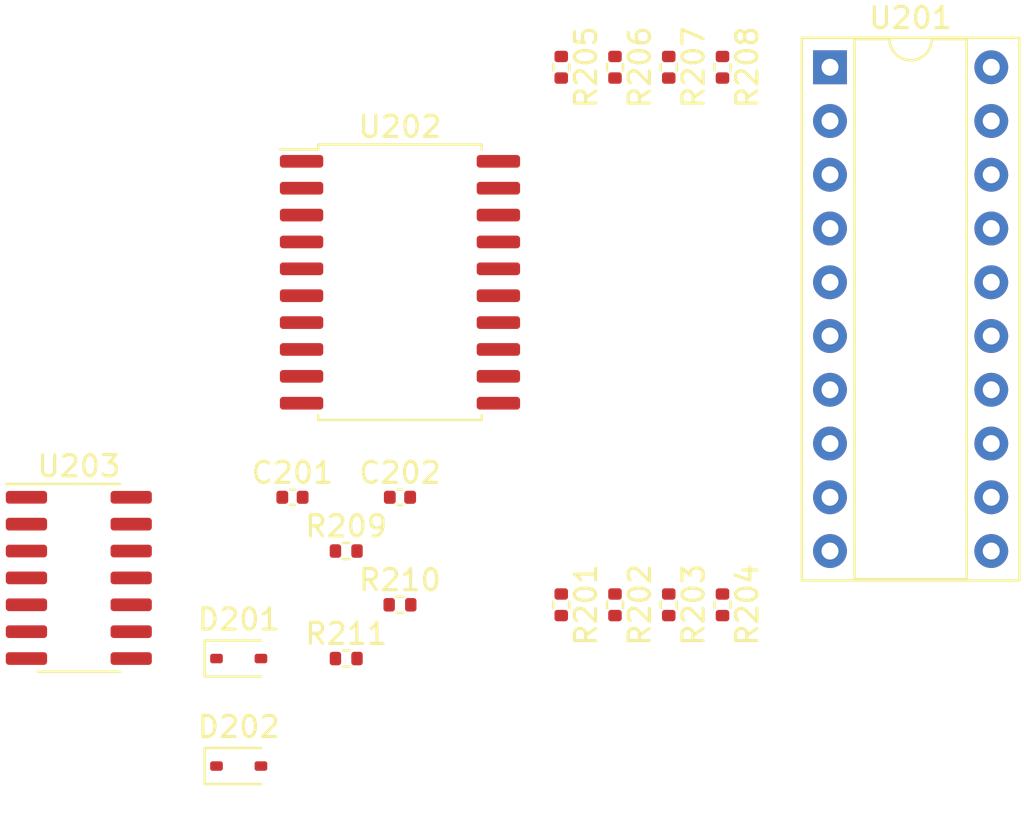
<source format=kicad_pcb>
(kicad_pcb (version 20221018) (generator pcbnew)
  (layers (0 "F.Cu" signal) (31 "B.Cu" signal) (34 "B.Paste" user) (35 "F.Paste" user) (36 "B.SilkS" user "B.Silkscreen") (37 "F.SilkS" user "F.Silkscreen") (38 "B.Mask" user) (39 "F.Mask" user) (44 "Edge.Cuts" user))
  (net 0 "")
  (net 1 "Net-(C201-Pad1)")
  (net 2 "GND")
  (net 3 "Net-(C202-Pad1)")
  (net 4 "Net-(U201-D4)")
  (net 5 "Net-(U201-D5)")
  (net 6 "Net-(U201-D6)")
  (net 7 "Net-(U201-D7)")
  (net 8 "Net-(U201-D3)")
  (net 9 "Net-(U201-D2)")
  (net 10 "Net-(U201-D1)")
  (net 11 "Net-(U201-D0)")
  (net 12 "Net-(R209-Pad1)")
  (net 13 "Net-(R210-Pad1)")
  (net 14 "/PC/C_{p}")
  (net 23 "+5V")
  (net 24 "/PC/PC_{in}0")
  (net 25 "/PC/PC_{in}1")
  (net 26 "/PC/PC_{in}2")
  (net 27 "/PC/PC_{in}3")
  (net 28 "/PC/PC_{in}4")
  (net 29 "/PC/PC_{in}5")
  (net 30 "/PC/PC_{in}6")
  (net 31 "/PC/PC_{in}7")
  (net 32 "Net-(U202-CE)")
  (net 33 "/PC/~{RESET}")
  (net 36 "Net-(D201-A)")
  (net 37 "/PC/CLK")
  (footprint "Diode_SMD:D_SOD-323" (layer "F.Cu") (at 104.14 134.62)
    (fp_text reference "D202" (at 0 -1.85) (layer "F.SilkS"))
    (fp_text value "1N4148WS")
    (fp_line (start -1.61 -0.85) (end -1.61 0.85) (stroke (width 0.12)) (layer "F.SilkS"))
    (fp_line (start -1.61 -0.85) (end 1.05 -0.85) (stroke (width 0.12)) (layer "F.SilkS"))
    (fp_line (start -1.61 0.85) (end 1.05 0.85) (stroke (width 0.12)) (layer "F.SilkS"))
    (pad "1" smd roundrect (at -1.05 0) (size 0.6 0.45) (layers "F.Cu" "F.Paste" "F.Mask") (net 14 "/PC/C_{p}"))
    (pad "2" smd roundrect (at 1.05 0) (size 0.6 0.45) (layers "F.Cu" "F.Paste" "F.Mask") (net 37 "/PC/CLK"))
  )
  (footprint "Resistor_SMD:R_0402_1005Metric" (layer "F.Cu") (at 109.22 124.46)
    (fp_text reference "R209" (at 0 -1.17) (layer "F.SilkS"))
    (fp_text value "R")
    (fp_line (start -0.153641 -0.38) (end 0.153641 -0.38) (stroke (width 0.12)) (layer "F.SilkS"))
    (fp_line (start -0.153641 0.38) (end 0.153641 0.38) (stroke (width 0.12)) (layer "F.SilkS"))
    (pad "1" smd roundrect (at -0.51 0) (size 0.54 0.64) (layers "F.Cu" "F.Paste" "F.Mask") (net 12 "Net-(R209-Pad1)"))
    (pad "2" smd roundrect (at 0.51 0) (size 0.54 0.64) (layers "F.Cu" "F.Paste" "F.Mask") (net 1 "Net-(C201-Pad1)"))
  )
  (footprint "Capacitor_SMD:C_0402_1005Metric" (layer "F.Cu") (at 106.68 121.92)
    (fp_text reference "C201" (at 0 -1.16) (layer "F.SilkS"))
    (fp_text value "1u")
    (fp_line (start -0.107836 -0.36) (end 0.107836 -0.36) (stroke (width 0.12)) (layer "F.SilkS"))
    (fp_line (start -0.107836 0.36) (end 0.107836 0.36) (stroke (width 0.12)) (layer "F.SilkS"))
    (pad "1" smd roundrect (at -0.48 0) (size 0.56 0.62) (layers "F.Cu" "F.Paste" "F.Mask") (net 1 "Net-(C201-Pad1)"))
    (pad "2" smd roundrect (at 0.48 0) (size 0.56 0.62) (layers "F.Cu" "F.Paste" "F.Mask") (net 2 "GND"))
  )
  (footprint "Diode_SMD:D_SOD-323" (layer "F.Cu") (at 104.14 129.54)
    (fp_text reference "D201" (at 0 -1.85) (layer "F.SilkS"))
    (fp_text value "1N4148WS")
    (fp_line (start -1.61 -0.85) (end -1.61 0.85) (stroke (width 0.12)) (layer "F.SilkS"))
    (fp_line (start -1.61 -0.85) (end 1.05 -0.85) (stroke (width 0.12)) (layer "F.SilkS"))
    (fp_line (start -1.61 0.85) (end 1.05 0.85) (stroke (width 0.12)) (layer "F.SilkS"))
    (pad "1" smd roundrect (at -1.05 0) (size 0.6 0.45) (layers "F.Cu" "F.Paste" "F.Mask") (net 14 "/PC/C_{p}"))
    (pad "2" smd roundrect (at 1.05 0) (size 0.6 0.45) (layers "F.Cu" "F.Paste" "F.Mask") (net 36 "Net-(D201-A)"))
  )
  (footprint "Package_DIP:DIP-20_W7.62mm_Socket" (layer "F.Cu") (at 132.08 101.6)
    (fp_text reference "U201" (at 3.81 -2.33) (layer "F.SilkS"))
    (fp_text value "74HCT574")
    (fp_line (start -1.33 -1.39) (end -1.33 24.25) (stroke (width 0.12)) (layer "F.SilkS"))
    (fp_line (start -1.33 24.25) (end 8.95 24.25) (stroke (width 0.12)) (layer "F.SilkS"))
    (fp_line (start 1.16 -1.33) (end 1.16 24.19) (stroke (width 0.12)) (layer "F.SilkS"))
    (fp_line (start 1.16 24.19) (end 6.46 24.19) (stroke (width 0.12)) (layer "F.SilkS"))
    (fp_line (start 2.81 -1.33) (end 1.16 -1.33) (stroke (width 0.12)) (layer "F.SilkS"))
    (fp_line (start 6.46 -1.33) (end 4.81 -1.33) (stroke (width 0.12)) (layer "F.SilkS"))
    (fp_line (start 6.46 24.19) (end 6.46 -1.33) (stroke (width 0.12)) (layer "F.SilkS"))
    (fp_line (start 8.95 -1.39) (end -1.33 -1.39) (stroke (width 0.12)) (layer "F.SilkS"))
    (fp_line (start 8.95 24.25) (end 8.95 -1.39) (stroke (width 0.12)) (layer "F.SilkS"))
    (fp_arc (start 4.81 -1.33) (mid 3.81 -0.33) (end 2.81 -1.33) (stroke (width 0.12)) (layer "F.SilkS"))
    (pad "1" thru_hole rect (at 0 0) (size 1.6 1.6) (drill 0.8) (layers "*.Cu" "*.Mask") (net 2 "GND"))
    (pad "2" thru_hole oval (at 0 2.54) (size 1.6 1.6) (drill 0.8) (layers "*.Cu" "*.Mask") (net 11 "Net-(U201-D0)"))
    (pad "3" thru_hole oval (at 0 5.08) (size 1.6 1.6) (drill 0.8) (layers "*.Cu" "*.Mask") (net 10 "Net-(U201-D1)"))
    (pad "4" thru_hole oval (at 0 7.62) (size 1.6 1.6) (drill 0.8) (layers "*.Cu" "*.Mask") (net 9 "Net-(U201-D2)"))
    (pad "5" thru_hole oval (at 0 10.16) (size 1.6 1.6) (drill 0.8) (layers "*.Cu" "*.Mask") (net 8 "Net-(U201-D3)"))
    (pad "6" thru_hole oval (at 0 12.7) (size 1.6 1.6) (drill 0.8) (layers "*.Cu" "*.Mask") (net 4 "Net-(U201-D4)"))
    (pad "7" thru_hole oval (at 0 15.24) (size 1.6 1.6) (drill 0.8) (layers "*.Cu" "*.Mask") (net 5 "Net-(U201-D5)"))
    (pad "8" thru_hole oval (at 0 17.78) (size 1.6 1.6) (drill 0.8) (layers "*.Cu" "*.Mask") (net 6 "Net-(U201-D6)"))
    (pad "9" thru_hole oval (at 0 20.32) (size 1.6 1.6) (drill 0.8) (layers "*.Cu" "*.Mask") (net 7 "Net-(U201-D7)"))
    (pad "10" thru_hole oval (at 0 22.86) (size 1.6 1.6) (drill 0.8) (layers "*.Cu" "*.Mask") (net 2 "GND"))
    (pad "11" thru_hole oval (at 7.62 22.86) (size 1.6 1.6) (drill 0.8) (layers "*.Cu" "*.Mask") (net 14 "/PC/C_{p}"))
    (pad "12" thru_hole oval (at 7.62 20.32) (size 1.6 1.6) (drill 0.8) (layers "*.Cu" "*.Mask"))
    (pad "13" thru_hole oval (at 7.62 17.78) (size 1.6 1.6) (drill 0.8) (layers "*.Cu" "*.Mask"))
    (pad "14" thru_hole oval (at 7.62 15.24) (size 1.6 1.6) (drill 0.8) (layers "*.Cu" "*.Mask"))
    (pad "15" thru_hole oval (at 7.62 12.7) (size 1.6 1.6) (drill 0.8) (layers "*.Cu" "*.Mask"))
    (pad "16" thru_hole oval (at 7.62 10.16) (size 1.6 1.6) (drill 0.8) (layers "*.Cu" "*.Mask"))
    (pad "17" thru_hole oval (at 7.62 7.62) (size 1.6 1.6) (drill 0.8) (layers "*.Cu" "*.Mask"))
    (pad "18" thru_hole oval (at 7.62 5.08) (size 1.6 1.6) (drill 0.8) (layers "*.Cu" "*.Mask"))
    (pad "19" thru_hole oval (at 7.62 2.54) (size 1.6 1.6) (drill 0.8) (layers "*.Cu" "*.Mask"))
    (pad "20" thru_hole oval (at 7.62 0) (size 1.6 1.6) (drill 0.8) (layers "*.Cu" "*.Mask") (net 23 "+5V"))
  )
  (footprint "Resistor_SMD:R_0402_1005Metric" (layer "F.Cu") (at 121.92 101.6 -90)
    (fp_text reference "R206" (at 0 -1.17 90) (layer "F.SilkS"))
    (fp_text value "200k")
    (fp_line (start -0.153641 -0.38) (end 0.153641 -0.38) (stroke (width 0.12)) (layer "F.SilkS"))
    (fp_line (start -0.153641 0.38) (end 0.153641 0.38) (stroke (width 0.12)) (layer "F.SilkS"))
    (pad "1" smd roundrect (at -0.51 0 270) (size 0.54 0.64) (layers "F.Cu" "F.Paste" "F.Mask") (net 2 "GND"))
    (pad "2" smd roundrect (at 0.51 0 270) (size 0.54 0.64) (layers "F.Cu" "F.Paste" "F.Mask") (net 9 "Net-(U201-D2)"))
  )
  (footprint "Resistor_SMD:R_0402_1005Metric" (layer "F.Cu") (at 109.22 129.54)
    (fp_text reference "R211" (at 0 -1.17) (layer "F.SilkS"))
    (fp_text value "200k")
    (fp_line (start -0.153641 -0.38) (end 0.153641 -0.38) (stroke (width 0.12)) (layer "F.SilkS"))
    (fp_line (start -0.153641 0.38) (end 0.153641 0.38) (stroke (width 0.12)) (layer "F.SilkS"))
    (pad "1" smd roundrect (at -0.51 0) (size 0.54 0.64) (layers "F.Cu" "F.Paste" "F.Mask") (net 14 "/PC/C_{p}"))
    (pad "2" smd roundrect (at 0.51 0) (size 0.54 0.64) (layers "F.Cu" "F.Paste" "F.Mask") (net 2 "GND"))
  )
  (footprint "Resistor_SMD:R_0402_1005Metric" (layer "F.Cu") (at 119.38 127 -90)
    (fp_text reference "R201" (at 0 -1.17 90) (layer "F.SilkS"))
    (fp_text value "200k")
    (fp_line (start -0.153641 -0.38) (end 0.153641 -0.38) (stroke (width 0.12)) (layer "F.SilkS"))
    (fp_line (start -0.153641 0.38) (end 0.153641 0.38) (stroke (width 0.12)) (layer "F.SilkS"))
    (pad "1" smd roundrect (at -0.51 0 270) (size 0.54 0.64) (layers "F.Cu" "F.Paste" "F.Mask") (net 4 "Net-(U201-D4)"))
    (pad "2" smd roundrect (at 0.51 0 270) (size 0.54 0.64) (layers "F.Cu" "F.Paste" "F.Mask") (net 2 "GND"))
  )
  (footprint "Resistor_SMD:R_0402_1005Metric" (layer "F.Cu") (at 124.46 127 -90)
    (fp_text reference "R203" (at 0 -1.17 90) (layer "F.SilkS"))
    (fp_text value "200k")
    (fp_line (start -0.153641 -0.38) (end 0.153641 -0.38) (stroke (width 0.12)) (layer "F.SilkS"))
    (fp_line (start -0.153641 0.38) (end 0.153641 0.38) (stroke (width 0.12)) (layer "F.SilkS"))
    (pad "1" smd roundrect (at -0.51 0 270) (size 0.54 0.64) (layers "F.Cu" "F.Paste" "F.Mask") (net 6 "Net-(U201-D6)"))
    (pad "2" smd roundrect (at 0.51 0 270) (size 0.54 0.64) (layers "F.Cu" "F.Paste" "F.Mask") (net 2 "GND"))
  )
  (footprint "Resistor_SMD:R_0402_1005Metric" (layer "F.Cu") (at 127 101.6 -90)
    (fp_text reference "R208" (at 0 -1.17 90) (layer "F.SilkS"))
    (fp_text value "200k")
    (fp_line (start -0.153641 -0.38) (end 0.153641 -0.38) (stroke (width 0.12)) (layer "F.SilkS"))
    (fp_line (start -0.153641 0.38) (end 0.153641 0.38) (stroke (width 0.12)) (layer "F.SilkS"))
    (pad "1" smd roundrect (at -0.51 0 270) (size 0.54 0.64) (layers "F.Cu" "F.Paste" "F.Mask") (net 2 "GND"))
    (pad "2" smd roundrect (at 0.51 0 270) (size 0.54 0.64) (layers "F.Cu" "F.Paste" "F.Mask") (net 11 "Net-(U201-D0)"))
  )
  (footprint "Resistor_SMD:R_0402_1005Metric" (layer "F.Cu") (at 127 127 -90)
    (fp_text reference "R204" (at 0 -1.17 90) (layer "F.SilkS"))
    (fp_text value "200k")
    (fp_line (start -0.153641 -0.38) (end 0.153641 -0.38) (stroke (width 0.12)) (layer "F.SilkS"))
    (fp_line (start -0.153641 0.38) (end 0.153641 0.38) (stroke (width 0.12)) (layer "F.SilkS"))
    (pad "1" smd roundrect (at -0.51 0 270) (size 0.54 0.64) (layers "F.Cu" "F.Paste" "F.Mask") (net 7 "Net-(U201-D7)"))
    (pad "2" smd roundrect (at 0.51 0 270) (size 0.54 0.64) (layers "F.Cu" "F.Paste" "F.Mask") (net 2 "GND"))
  )
  (footprint "Resistor_SMD:R_0402_1005Metric" (layer "F.Cu") (at 119.38 101.6 -90)
    (fp_text reference "R205" (at 0 -1.17 90) (layer "F.SilkS"))
    (fp_text value "200k")
    (fp_line (start -0.153641 -0.38) (end 0.153641 -0.38) (stroke (width 0.12)) (layer "F.SilkS"))
    (fp_line (start -0.153641 0.38) (end 0.153641 0.38) (stroke (width 0.12)) (layer "F.SilkS"))
    (pad "1" smd roundrect (at -0.51 0 270) (size 0.54 0.64) (layers "F.Cu" "F.Paste" "F.Mask") (net 2 "GND"))
    (pad "2" smd roundrect (at 0.51 0 270) (size 0.54 0.64) (layers "F.Cu" "F.Paste" "F.Mask") (net 8 "Net-(U201-D3)"))
  )
  (footprint "Package_SO:SOIC-20W_7.5x12.8mm_P1.27mm" (layer "F.Cu") (at 111.76 111.76)
    (fp_text reference "U202" (at 0 -7.35) (layer "F.SilkS"))
    (fp_text value "74HC245")
    (fp_line (start -3.86 -6.51) (end -3.86 -6.275) (stroke (width 0.12)) (layer "F.SilkS"))
    (fp_line (start -3.86 -6.275) (end -5.675 -6.275) (stroke (width 0.12)) (layer "F.SilkS"))
    (fp_line (start -3.86 6.51) (end -3.86 6.275) (stroke (width 0.12)) (layer "F.SilkS"))
    (fp_line (start 0 -6.51) (end -3.86 -6.51) (stroke (width 0.12)) (layer "F.SilkS"))
    (fp_line (start 0 -6.51) (end 3.86 -6.51) (stroke (width 0.12)) (layer "F.SilkS"))
    (fp_line (start 0 6.51) (end -3.86 6.51) (stroke (width 0.12)) (layer "F.SilkS"))
    (fp_line (start 0 6.51) (end 3.86 6.51) (stroke (width 0.12)) (layer "F.SilkS"))
    (fp_line (start 3.86 -6.51) (end 3.86 -6.275) (stroke (width 0.12)) (layer "F.SilkS"))
    (fp_line (start 3.86 6.51) (end 3.86 6.275) (stroke (width 0.12)) (layer "F.SilkS"))
    (pad "1" smd roundrect (at -4.65 -5.715) (size 2.05 0.6) (layers "F.Cu" "F.Paste" "F.Mask") (net 23 "+5V"))
    (pad "2" smd roundrect (at -4.65 -4.445) (size 2.05 0.6) (layers "F.Cu" "F.Paste" "F.Mask") (net 24 "/PC/PC_{in}0"))
    (pad "3" smd roundrect (at -4.65 -3.175) (size 2.05 0.6) (layers "F.Cu" "F.Paste" "F.Mask") (net 25 "/PC/PC_{in}1"))
    (pad "4" smd roundrect (at -4.65 -1.905) (size 2.05 0.6) (layers "F.Cu" "F.Paste" "F.Mask") (net 26 "/PC/PC_{in}2"))
    (pad "5" smd roundrect (at -4.65 -0.635) (size 2.05 0.6) (layers "F.Cu" "F.Paste" "F.Mask") (net 27 "/PC/PC_{in}3"))
    (pad "6" smd roundrect (at -4.65 0.635) (size 2.05 0.6) (layers "F.Cu" "F.Paste" "F.Mask") (net 28 "/PC/PC_{in}4"))
    (pad "7" smd roundrect (at -4.65 1.905) (size 2.05 0.6) (layers "F.Cu" "F.Paste" "F.Mask") (net 29 "/PC/PC_{in}5"))
    (pad "8" smd roundrect (at -4.65 3.175) (size 2.05 0.6) (layers "F.Cu" "F.Paste" "F.Mask") (net 30 "/PC/PC_{in}6"))
    (pad "9" smd roundrect (at -4.65 4.445) (size 2.05 0.6) (layers "F.Cu" "F.Paste" "F.Mask") (net 31 "/PC/PC_{in}7"))
    (pad "10" smd roundrect (at -4.65 5.715) (size 2.05 0.6) (layers "F.Cu" "F.Paste" "F.Mask") (net 2 "GND"))
    (pad "11" smd roundrect (at 4.65 5.715) (size 2.05 0.6) (layers "F.Cu" "F.Paste" "F.Mask") (net 7 "Net-(U201-D7)"))
    (pad "12" smd roundrect (at 4.65 4.445) (size 2.05 0.6) (layers "F.Cu" "F.Paste" "F.Mask") (net 6 "Net-(U201-D6)"))
    (pad "13" smd roundrect (at 4.65 3.175) (size 2.05 0.6) (layers "F.Cu" "F.Paste" "F.Mask") (net 5 "Net-(U201-D5)"))
    (pad "14" smd roundrect (at 4.65 1.905) (size 2.05 0.6) (layers "F.Cu" "F.Paste" "F.Mask") (net 4 "Net-(U201-D4)"))
    (pad "15" smd roundrect (at 4.65 0.635) (size 2.05 0.6) (layers "F.Cu" "F.Paste" "F.Mask") (net 8 "Net-(U201-D3)"))
    (pad "16" smd roundrect (at 4.65 -0.635) (size 2.05 0.6) (layers "F.Cu" "F.Paste" "F.Mask") (net 9 "Net-(U201-D2)"))
    (pad "17" smd roundrect (at 4.65 -1.905) (size 2.05 0.6) (layers "F.Cu" "F.Paste" "F.Mask") (net 10 "Net-(U201-D1)"))
    (pad "18" smd roundrect (at 4.65 -3.175) (size 2.05 0.6) (layers "F.Cu" "F.Paste" "F.Mask") (net 11 "Net-(U201-D0)"))
    (pad "19" smd roundrect (at 4.65 -4.445) (size 2.05 0.6) (layers "F.Cu" "F.Paste" "F.Mask") (net 32 "Net-(U202-CE)"))
    (pad "20" smd roundrect (at 4.65 -5.715) (size 2.05 0.6) (layers "F.Cu" "F.Paste" "F.Mask") (net 23 "+5V"))
  )
  (footprint "Capacitor_SMD:C_0402_1005Metric" (layer "F.Cu") (at 111.76 121.92)
    (fp_text reference "C202" (at 0 -1.16) (layer "F.SilkS"))
    (fp_text value "1u")
    (fp_line (start -0.107836 -0.36) (end 0.107836 -0.36) (stroke (width 0.12)) (layer "F.SilkS"))
    (fp_line (start -0.107836 0.36) (end 0.107836 0.36) (stroke (width 0.12)) (layer "F.SilkS"))
    (pad "1" smd roundrect (at -0.48 0) (size 0.56 0.62) (layers "F.Cu" "F.Paste" "F.Mask") (net 3 "Net-(C202-Pad1)"))
    (pad "2" smd roundrect (at 0.48 0) (size 0.56 0.62) (layers "F.Cu" "F.Paste" "F.Mask") (net 2 "GND"))
  )
  (footprint "Resistor_SMD:R_0402_1005Metric" (layer "F.Cu") (at 111.76 127)
    (fp_text reference "R210" (at 0 -1.17) (layer "F.SilkS"))
    (fp_text value "R")
    (fp_line (start -0.153641 -0.38) (end 0.153641 -0.38) (stroke (width 0.12)) (layer "F.SilkS"))
    (fp_line (start -0.153641 0.38) (end 0.153641 0.38) (stroke (width 0.12)) (layer "F.SilkS"))
    (pad "1" smd roundrect (at -0.51 0) (size 0.54 0.64) (layers "F.Cu" "F.Paste" "F.Mask") (net 13 "Net-(R210-Pad1)"))
    (pad "2" smd roundrect (at 0.51 0) (size 0.54 0.64) (layers "F.Cu" "F.Paste" "F.Mask") (net 3 "Net-(C202-Pad1)"))
  )
  (footprint "Resistor_SMD:R_0402_1005Metric" (layer "F.Cu") (at 121.92 127 -90)
    (fp_text reference "R202" (at 0 -1.17 90) (layer "F.SilkS"))
    (fp_text value "200k")
    (fp_line (start -0.153641 -0.38) (end 0.153641 -0.38) (stroke (width 0.12)) (layer "F.SilkS"))
    (fp_line (start -0.153641 0.38) (end 0.153641 0.38) (stroke (width 0.12)) (layer "F.SilkS"))
    (pad "1" smd roundrect (at -0.51 0 270) (size 0.54 0.64) (layers "F.Cu" "F.Paste" "F.Mask") (net 5 "Net-(U201-D5)"))
    (pad "2" smd roundrect (at 0.51 0 270) (size 0.54 0.64) (layers "F.Cu" "F.Paste" "F.Mask") (net 2 "GND"))
  )
  (footprint "Resistor_SMD:R_0402_1005Metric" (layer "F.Cu") (at 124.46 101.6 -90)
    (fp_text reference "R207" (at 0 -1.17 90) (layer "F.SilkS"))
    (fp_text value "200k")
    (fp_line (start -0.153641 -0.38) (end 0.153641 -0.38) (stroke (width 0.12)) (layer "F.SilkS"))
    (fp_line (start -0.153641 0.38) (end 0.153641 0.38) (stroke (width 0.12)) (layer "F.SilkS"))
    (pad "1" smd roundrect (at -0.51 0 270) (size 0.54 0.64) (layers "F.Cu" "F.Paste" "F.Mask") (net 2 "GND"))
    (pad "2" smd roundrect (at 0.51 0 270) (size 0.54 0.64) (layers "F.Cu" "F.Paste" "F.Mask") (net 10 "Net-(U201-D1)"))
  )
  (footprint "Package_SO:SOIC-14_3.9x8.7mm_P1.27mm" (layer "F.Cu") (at 96.585 125.73)
    (fp_text reference "U203" (at 0 -5.28) (layer "F.SilkS"))
    (fp_text value "74HC14")
    (fp_line (start 0 -4.435) (end -3.45 -4.435) (stroke (width 0.12)) (layer "F.SilkS"))
    (fp_line (start 0 -4.435) (end 1.95 -4.435) (stroke (width 0.12)) (layer "F.SilkS"))
    (fp_line (start 0 4.435) (end -1.95 4.435) (stroke (width 0.12)) (layer "F.SilkS"))
    (fp_line (start 0 4.435) (end 1.95 4.435) (stroke (width 0.12)) (layer "F.SilkS"))
    (pad "1" smd roundrect (at -2.475 -3.81) (size 1.95 0.6) (layers "F.Cu" "F.Paste" "F.Mask") (net 33 "/PC/~{RESET}"))
    (pad "2" smd roundrect (at -2.475 -2.54) (size 1.95 0.6) (layers "F.Cu" "F.Paste" "F.Mask") (net 32 "Net-(U202-CE)"))
    (pad "3" smd roundrect (at -2.475 -1.27) (size 1.95 0.6) (layers "F.Cu" "F.Paste" "F.Mask") (net 33 "/PC/~{RESET}"))
    (pad "4" smd roundrect (at -2.475 0) (size 1.95 0.6) (layers "F.Cu" "F.Paste" "F.Mask") (net 12 "Net-(R209-Pad1)"))
    (pad "5" smd roundrect (at -2.475 1.27) (size 1.95 0.6) (layers "F.Cu" "F.Paste" "F.Mask") (net 1 "Net-(C201-Pad1)"))
    (pad "6" smd roundrect (at -2.475 2.54) (size 1.95 0.6) (layers "F.Cu" "F.Paste" "F.Mask") (net 13 "Net-(R210-Pad1)"))
    (pad "7" smd roundrect (at -2.475 3.81) (size 1.95 0.6) (layers "F.Cu" "F.Paste" "F.Mask") (net 2 "GND"))
    (pad "8" smd roundrect (at 2.475 3.81) (size 1.95 0.6) (layers "F.Cu" "F.Paste" "F.Mask") (net 36 "Net-(D201-A)"))
    (pad "9" smd roundrect (at 2.475 2.54) (size 1.95 0.6) (layers "F.Cu" "F.Paste" "F.Mask") (net 3 "Net-(C202-Pad1)"))
    (pad "10" smd roundrect (at 2.475 1.27) (size 1.95 0.6) (layers "F.Cu" "F.Paste" "F.Mask"))
    (pad "11" smd roundrect (at 2.475 0) (size 1.95 0.6) (layers "F.Cu" "F.Paste" "F.Mask") (net 2 "GND"))
    (pad "12" smd roundrect (at 2.475 -1.27) (size 1.95 0.6) (layers "F.Cu" "F.Paste" "F.Mask"))
    (pad "13" smd roundrect (at 2.475 -2.54) (size 1.95 0.6) (layers "F.Cu" "F.Paste" "F.Mask") (net 2 "GND"))
    (pad "14" smd roundrect (at 2.475 -3.81) (size 1.95 0.6) (layers "F.Cu" "F.Paste" "F.Mask") (net 23 "+5V"))
  )
)
</source>
